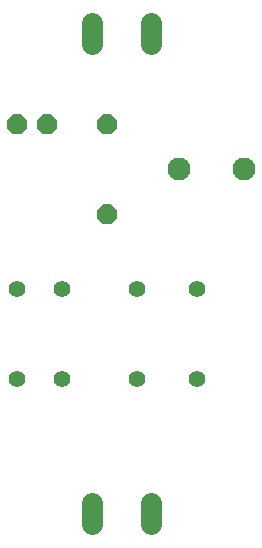
<source format=gbr>
G04 EAGLE Gerber RS-274X export*
G75*
%MOMM*%
%FSLAX34Y34*%
%LPD*%
%INTop Copper*%
%IPPOS*%
%AMOC8*
5,1,8,0,0,1.08239X$1,22.5*%
G01*
%ADD10C,1.950000*%
%ADD11C,1.408000*%
%ADD12P,1.814519X8X202.500000*%
%ADD13P,1.814519X8X292.500000*%
%ADD14C,1.790700*%


D10*
X256100Y355600D03*
X201100Y355600D03*
D11*
X215900Y177800D03*
X215900Y254000D03*
X165100Y177800D03*
X165100Y254000D03*
X101600Y254000D03*
X101600Y177800D03*
X63500Y254000D03*
X63500Y177800D03*
D12*
X88900Y393700D03*
X63500Y393700D03*
D13*
X139700Y393700D03*
X139700Y317500D03*
D14*
X127400Y460947D02*
X127400Y478854D01*
X177400Y478854D02*
X177400Y460947D01*
X177400Y72454D02*
X177400Y54547D01*
X127400Y54547D02*
X127400Y72454D01*
M02*

</source>
